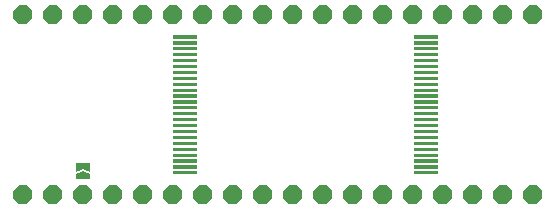
<source format=gts>
G04 Layer: TopSolderMaskLayer*
G04 EasyEDA v6.5.3, 2022-05-10 11:38:20*
G04 ab62d8b6a5be4e798c685c15e3818e9c,b03e5731a7a74599b12e1065cb71c7ef,10*
G04 Gerber Generator version 0.2*
G04 Scale: 100 percent, Rotated: No, Reflected: No *
G04 Dimensions in inches *
G04 leading zeros omitted , absolute positions ,3 integer and 6 decimal *
%FSLAX36Y36*%
%MOIN*%

%ADD10C,0.0001*%

%LPD*%
G36*
X846300Y3975999D02*
G01*
X846300Y3994499D01*
X870000Y4004000D01*
X893699Y3994499D01*
X893699Y3975999D01*
G37*
G36*
X846300Y3999400D02*
G01*
X846300Y4029000D01*
X893699Y4029000D01*
X893699Y3999400D01*
X870000Y4008899D01*
G37*
G36*
X1171599Y4444699D02*
G01*
X1171599Y4455300D01*
X1251099Y4455300D01*
X1251099Y4444699D01*
G37*
G36*
X1171599Y4425000D02*
G01*
X1171599Y4435599D01*
X1251099Y4435599D01*
X1251099Y4425000D01*
G37*
G36*
X1171599Y4405300D02*
G01*
X1171599Y4415900D01*
X1251099Y4415900D01*
X1251099Y4405300D01*
G37*
G36*
X1171599Y4385599D02*
G01*
X1171599Y4396300D01*
X1251099Y4396300D01*
X1251099Y4385599D01*
G37*
G36*
X1171599Y4365900D02*
G01*
X1171599Y4376599D01*
X1251099Y4376599D01*
X1251099Y4365900D01*
G37*
G36*
X1171599Y4346300D02*
G01*
X1171599Y4356900D01*
X1251099Y4356900D01*
X1251099Y4346300D01*
G37*
G36*
X1171599Y4326599D02*
G01*
X1171599Y4337199D01*
X1251099Y4337199D01*
X1251099Y4326599D01*
G37*
G36*
X1171599Y4306900D02*
G01*
X1171599Y4317500D01*
X1251099Y4317500D01*
X1251099Y4306900D01*
G37*
G36*
X1171599Y4287199D02*
G01*
X1171599Y4297800D01*
X1251099Y4297800D01*
X1251099Y4287199D01*
G37*
G36*
X1171599Y4267500D02*
G01*
X1171599Y4278099D01*
X1251099Y4278099D01*
X1251099Y4267500D01*
G37*
G36*
X1171599Y4247800D02*
G01*
X1171599Y4258499D01*
X1251099Y4258499D01*
X1251099Y4247800D01*
G37*
G36*
X1171599Y4228099D02*
G01*
X1171599Y4238800D01*
X1251099Y4238800D01*
X1251099Y4228099D01*
G37*
G36*
X1171599Y4208499D02*
G01*
X1171599Y4219099D01*
X1251099Y4219099D01*
X1251099Y4208499D01*
G37*
G36*
X1171599Y4188800D02*
G01*
X1171599Y4199400D01*
X1251099Y4199400D01*
X1251099Y4188800D01*
G37*
G36*
X1171599Y4169099D02*
G01*
X1171599Y4179699D01*
X1251099Y4179699D01*
X1251099Y4169099D01*
G37*
G36*
X1171599Y4149400D02*
G01*
X1171599Y4160000D01*
X1251099Y4160000D01*
X1251099Y4149400D01*
G37*
G36*
X1171599Y4129699D02*
G01*
X1171599Y4140399D01*
X1251099Y4140399D01*
X1251099Y4129699D01*
G37*
G36*
X1171599Y4110000D02*
G01*
X1171599Y4120700D01*
X1251099Y4120700D01*
X1251099Y4110000D01*
G37*
G36*
X1171599Y4090399D02*
G01*
X1171599Y4100999D01*
X1251099Y4100999D01*
X1251099Y4090399D01*
G37*
G36*
X1171599Y4070700D02*
G01*
X1171599Y4081300D01*
X1251099Y4081300D01*
X1251099Y4070700D01*
G37*
G36*
X1974799Y4287199D02*
G01*
X1974799Y4297800D01*
X2054300Y4297800D01*
X2054300Y4287199D01*
G37*
G36*
X1974799Y4267500D02*
G01*
X1974799Y4278099D01*
X2054300Y4278099D01*
X2054300Y4267500D01*
G37*
G36*
X1974799Y4247800D02*
G01*
X1974799Y4258499D01*
X2054300Y4258499D01*
X2054300Y4247800D01*
G37*
G36*
X1974799Y4228099D02*
G01*
X1974799Y4238800D01*
X2054300Y4238800D01*
X2054300Y4228099D01*
G37*
G36*
X1974799Y4208499D02*
G01*
X1974799Y4219099D01*
X2054300Y4219099D01*
X2054300Y4208499D01*
G37*
G36*
X1974799Y4188800D02*
G01*
X1974799Y4199400D01*
X2054300Y4199400D01*
X2054300Y4188800D01*
G37*
G36*
X1974799Y4169099D02*
G01*
X1974799Y4179699D01*
X2054300Y4179699D01*
X2054300Y4169099D01*
G37*
G36*
X1974799Y4149400D02*
G01*
X1974799Y4160000D01*
X2054300Y4160000D01*
X2054300Y4149400D01*
G37*
G36*
X1974799Y4129699D02*
G01*
X1974799Y4140399D01*
X2054300Y4140399D01*
X2054300Y4129699D01*
G37*
G36*
X1974799Y4110000D02*
G01*
X1974799Y4120700D01*
X2054300Y4120700D01*
X2054300Y4110000D01*
G37*
G36*
X1974799Y4090399D02*
G01*
X1974799Y4100999D01*
X2054300Y4100999D01*
X2054300Y4090399D01*
G37*
G36*
X1974799Y4070700D02*
G01*
X1974799Y4081300D01*
X2054300Y4081300D01*
X2054300Y4070700D01*
G37*
G36*
X1974799Y4050999D02*
G01*
X1974799Y4061599D01*
X2054300Y4061599D01*
X2054300Y4050999D01*
G37*
G36*
X1974799Y4031300D02*
G01*
X1974799Y4041900D01*
X2054300Y4041900D01*
X2054300Y4031300D01*
G37*
G36*
X1974799Y4011599D02*
G01*
X1974799Y4022199D01*
X2054300Y4022199D01*
X2054300Y4011599D01*
G37*
G36*
X1974799Y3991900D02*
G01*
X1974799Y4002600D01*
X2054300Y4002600D01*
X2054300Y3991900D01*
G37*
G36*
X1171599Y3991900D02*
G01*
X1171599Y4002600D01*
X1251099Y4002600D01*
X1251099Y3991900D01*
G37*
G36*
X1171599Y4011599D02*
G01*
X1171599Y4022199D01*
X1251099Y4022199D01*
X1251099Y4011599D01*
G37*
G36*
X1171599Y4031300D02*
G01*
X1171599Y4041900D01*
X1251099Y4041900D01*
X1251099Y4031300D01*
G37*
G36*
X1171599Y4050999D02*
G01*
X1171599Y4061599D01*
X1251099Y4061599D01*
X1251099Y4050999D01*
G37*
G36*
X1974799Y4306900D02*
G01*
X1974799Y4317500D01*
X2054300Y4317500D01*
X2054300Y4306900D01*
G37*
G36*
X1974799Y4326599D02*
G01*
X1974799Y4337199D01*
X2054300Y4337199D01*
X2054300Y4326599D01*
G37*
G36*
X1974799Y4346300D02*
G01*
X1974799Y4356900D01*
X2054300Y4356900D01*
X2054300Y4346300D01*
G37*
G36*
X1974799Y4365900D02*
G01*
X1974799Y4376599D01*
X2054300Y4376599D01*
X2054300Y4365900D01*
G37*
G36*
X1974799Y4385599D02*
G01*
X1974799Y4396300D01*
X2054300Y4396300D01*
X2054300Y4385599D01*
G37*
G36*
X1975200Y4405300D02*
G01*
X1975200Y4415900D01*
X2054799Y4415900D01*
X2054799Y4405300D01*
G37*
G36*
X1975200Y4425000D02*
G01*
X1975200Y4435599D01*
X2054799Y4435599D01*
X2054799Y4425000D01*
G37*
G36*
X1975200Y4444699D02*
G01*
X1975200Y4455300D01*
X2054799Y4455300D01*
X2054799Y4444699D01*
G37*
G36*
X2356899Y4493299D02*
G01*
X2338299Y4511900D01*
X2338299Y4538099D01*
X2356899Y4556700D01*
X2383100Y4556700D01*
X2401700Y4538099D01*
X2401700Y4511900D01*
X2383100Y4493299D01*
G37*
G36*
X2256899Y4493299D02*
G01*
X2238299Y4511900D01*
X2238299Y4538099D01*
X2256899Y4556700D01*
X2283100Y4556700D01*
X2301700Y4538099D01*
X2301700Y4511900D01*
X2283100Y4493299D01*
G37*
G36*
X2156899Y4493299D02*
G01*
X2138299Y4511900D01*
X2138299Y4538099D01*
X2156899Y4556700D01*
X2183100Y4556700D01*
X2201700Y4538099D01*
X2201700Y4511900D01*
X2183100Y4493299D01*
G37*
G36*
X2056899Y4493299D02*
G01*
X2038299Y4511900D01*
X2038299Y4538099D01*
X2056899Y4556700D01*
X2083100Y4556700D01*
X2101700Y4538099D01*
X2101700Y4511900D01*
X2083100Y4493299D01*
G37*
G36*
X1956899Y4493299D02*
G01*
X1938299Y4511900D01*
X1938299Y4538099D01*
X1956899Y4556700D01*
X1983100Y4556700D01*
X2001700Y4538099D01*
X2001700Y4511900D01*
X1983100Y4493299D01*
G37*
G36*
X1856899Y4493299D02*
G01*
X1838299Y4511900D01*
X1838299Y4538099D01*
X1856899Y4556700D01*
X1883100Y4556700D01*
X1901700Y4538099D01*
X1901700Y4511900D01*
X1883100Y4493299D01*
G37*
G36*
X1756899Y4493299D02*
G01*
X1738299Y4511900D01*
X1738299Y4538099D01*
X1756899Y4556700D01*
X1783100Y4556700D01*
X1801700Y4538099D01*
X1801700Y4511900D01*
X1783100Y4493299D01*
G37*
G36*
X1656899Y4493299D02*
G01*
X1638299Y4511900D01*
X1638299Y4538099D01*
X1656899Y4556700D01*
X1683100Y4556700D01*
X1701700Y4538099D01*
X1701700Y4511900D01*
X1683100Y4493299D01*
G37*
G36*
X1556899Y4493299D02*
G01*
X1538299Y4511900D01*
X1538299Y4538099D01*
X1556899Y4556700D01*
X1583100Y4556700D01*
X1601700Y4538099D01*
X1601700Y4511900D01*
X1583100Y4493299D01*
G37*
G36*
X1456899Y4493299D02*
G01*
X1438299Y4511900D01*
X1438299Y4538099D01*
X1456899Y4556700D01*
X1483100Y4556700D01*
X1501700Y4538099D01*
X1501700Y4511900D01*
X1483100Y4493299D01*
G37*
G36*
X1356899Y4493299D02*
G01*
X1338299Y4511900D01*
X1338299Y4538099D01*
X1356899Y4556700D01*
X1383100Y4556700D01*
X1401700Y4538099D01*
X1401700Y4511900D01*
X1383100Y4493299D01*
G37*
G36*
X1256899Y4493299D02*
G01*
X1238299Y4511900D01*
X1238299Y4538099D01*
X1256899Y4556700D01*
X1283100Y4556700D01*
X1301700Y4538099D01*
X1301700Y4511900D01*
X1283100Y4493299D01*
G37*
G36*
X1156899Y4493299D02*
G01*
X1138299Y4511900D01*
X1138299Y4538099D01*
X1156899Y4556700D01*
X1183100Y4556700D01*
X1201700Y4538099D01*
X1201700Y4511900D01*
X1183100Y4493299D01*
G37*
G36*
X1056899Y4493299D02*
G01*
X1038299Y4511900D01*
X1038299Y4538099D01*
X1056899Y4556700D01*
X1083100Y4556700D01*
X1101700Y4538099D01*
X1101700Y4511900D01*
X1083100Y4493299D01*
G37*
G36*
X956899Y4493299D02*
G01*
X938299Y4511900D01*
X938299Y4538099D01*
X956899Y4556700D01*
X983100Y4556700D01*
X1001700Y4538099D01*
X1001700Y4511900D01*
X983100Y4493299D01*
G37*
G36*
X856899Y4493299D02*
G01*
X838299Y4511900D01*
X838299Y4538099D01*
X856899Y4556700D01*
X883100Y4556700D01*
X901700Y4538099D01*
X901700Y4511900D01*
X883100Y4493299D01*
G37*
G36*
X756900Y4493299D02*
G01*
X738299Y4511900D01*
X738299Y4538099D01*
X756900Y4556700D01*
X783100Y4556700D01*
X801700Y4538099D01*
X801700Y4511900D01*
X783100Y4493299D01*
G37*
G36*
X656900Y4493299D02*
G01*
X638299Y4511900D01*
X638299Y4538099D01*
X656900Y4556700D01*
X683099Y4556700D01*
X701700Y4538099D01*
X701700Y4511900D01*
X683099Y4493299D01*
G37*
G36*
X656900Y3893299D02*
G01*
X638299Y3911900D01*
X638299Y3938099D01*
X656900Y3956700D01*
X683099Y3956700D01*
X701700Y3938099D01*
X701700Y3911900D01*
X683099Y3893299D01*
G37*
G36*
X756900Y3893299D02*
G01*
X738299Y3911900D01*
X738299Y3938099D01*
X756900Y3956700D01*
X783100Y3956700D01*
X801700Y3938099D01*
X801700Y3911900D01*
X783100Y3893299D01*
G37*
G36*
X856899Y3893299D02*
G01*
X838299Y3911900D01*
X838299Y3938099D01*
X856899Y3956700D01*
X883100Y3956700D01*
X901700Y3938099D01*
X901700Y3911900D01*
X883100Y3893299D01*
G37*
G36*
X956899Y3893299D02*
G01*
X938299Y3911900D01*
X938299Y3938099D01*
X956899Y3956700D01*
X983100Y3956700D01*
X1001700Y3938099D01*
X1001700Y3911900D01*
X983100Y3893299D01*
G37*
G36*
X1056899Y3893299D02*
G01*
X1038299Y3911900D01*
X1038299Y3938099D01*
X1056899Y3956700D01*
X1083100Y3956700D01*
X1101700Y3938099D01*
X1101700Y3911900D01*
X1083100Y3893299D01*
G37*
G36*
X1156899Y3893299D02*
G01*
X1138299Y3911900D01*
X1138299Y3938099D01*
X1156899Y3956700D01*
X1183100Y3956700D01*
X1201700Y3938099D01*
X1201700Y3911900D01*
X1183100Y3893299D01*
G37*
G36*
X1256899Y3893299D02*
G01*
X1238299Y3911900D01*
X1238299Y3938099D01*
X1256899Y3956700D01*
X1283100Y3956700D01*
X1301700Y3938099D01*
X1301700Y3911900D01*
X1283100Y3893299D01*
G37*
G36*
X1356899Y3893299D02*
G01*
X1338299Y3911900D01*
X1338299Y3938099D01*
X1356899Y3956700D01*
X1383100Y3956700D01*
X1401700Y3938099D01*
X1401700Y3911900D01*
X1383100Y3893299D01*
G37*
G36*
X1456899Y3893299D02*
G01*
X1438299Y3911900D01*
X1438299Y3938099D01*
X1456899Y3956700D01*
X1483100Y3956700D01*
X1501700Y3938099D01*
X1501700Y3911900D01*
X1483100Y3893299D01*
G37*
G36*
X1556899Y3893299D02*
G01*
X1538299Y3911900D01*
X1538299Y3938099D01*
X1556899Y3956700D01*
X1583100Y3956700D01*
X1601700Y3938099D01*
X1601700Y3911900D01*
X1583100Y3893299D01*
G37*
G36*
X1656899Y3893299D02*
G01*
X1638299Y3911900D01*
X1638299Y3938099D01*
X1656899Y3956700D01*
X1683100Y3956700D01*
X1701700Y3938099D01*
X1701700Y3911900D01*
X1683100Y3893299D01*
G37*
G36*
X1756899Y3893299D02*
G01*
X1738299Y3911900D01*
X1738299Y3938099D01*
X1756899Y3956700D01*
X1783100Y3956700D01*
X1801700Y3938099D01*
X1801700Y3911900D01*
X1783100Y3893299D01*
G37*
G36*
X1856899Y3893299D02*
G01*
X1838299Y3911900D01*
X1838299Y3938099D01*
X1856899Y3956700D01*
X1883100Y3956700D01*
X1901700Y3938099D01*
X1901700Y3911900D01*
X1883100Y3893299D01*
G37*
G36*
X1956899Y3893299D02*
G01*
X1938299Y3911900D01*
X1938299Y3938099D01*
X1956899Y3956700D01*
X1983100Y3956700D01*
X2001700Y3938099D01*
X2001700Y3911900D01*
X1983100Y3893299D01*
G37*
G36*
X2056899Y3893299D02*
G01*
X2038299Y3911900D01*
X2038299Y3938099D01*
X2056899Y3956700D01*
X2083100Y3956700D01*
X2101700Y3938099D01*
X2101700Y3911900D01*
X2083100Y3893299D01*
G37*
G36*
X2156899Y3893299D02*
G01*
X2138299Y3911900D01*
X2138299Y3938099D01*
X2156899Y3956700D01*
X2183100Y3956700D01*
X2201700Y3938099D01*
X2201700Y3911900D01*
X2183100Y3893299D01*
G37*
G36*
X2256899Y3893299D02*
G01*
X2238299Y3911900D01*
X2238299Y3938099D01*
X2256899Y3956700D01*
X2283100Y3956700D01*
X2301700Y3938099D01*
X2301700Y3911900D01*
X2283100Y3893299D01*
G37*
G36*
X2356899Y3893299D02*
G01*
X2338299Y3911900D01*
X2338299Y3938099D01*
X2356899Y3956700D01*
X2383100Y3956700D01*
X2401700Y3938099D01*
X2401700Y3911900D01*
X2383100Y3893299D01*
G37*
M02*

</source>
